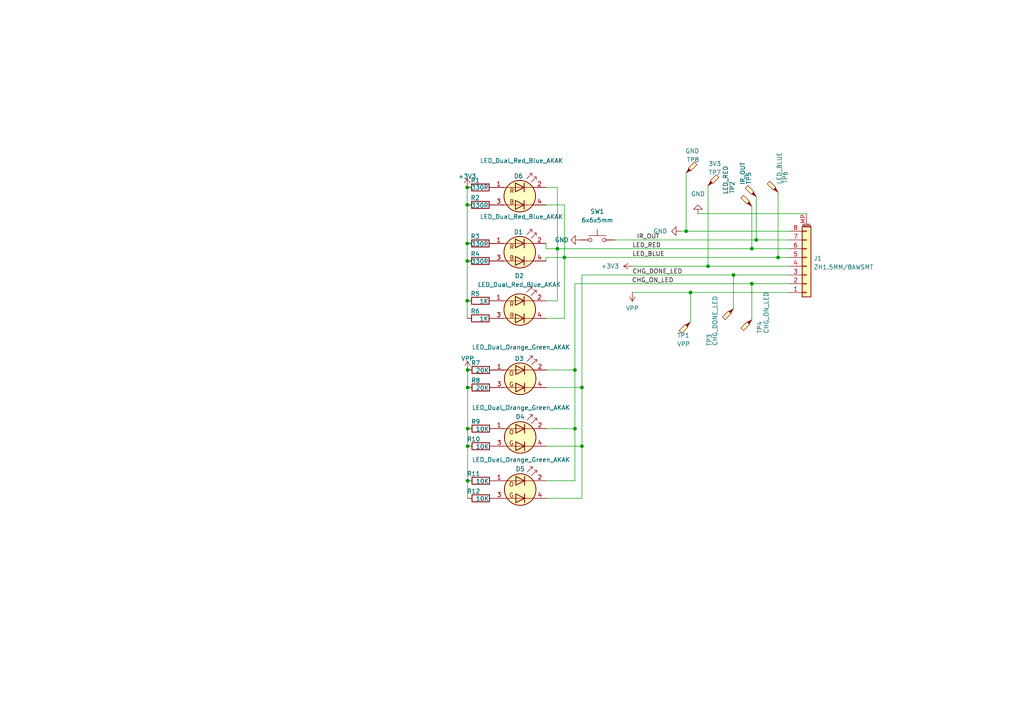
<source format=kicad_sch>
(kicad_sch (version 20230121) (generator eeschema)
  (paper "A4")
  (title_block (title "ECS-01-Switch") (date "2022-09-13") (rev "V0.1") (company "Timye"))
  (lib_symbols
    (symbol "Connector:TestPoint_Probe" (pin_numbers hide) (pin_names (offset 0.762) hide)
      (property "Reference" "TP" (at 1.651 5.842 0))
      (property "Value" "TestPoint_Probe" (at 1.651 4.064 0))
      (symbol "TestPoint_Probe_0_1"
        (polyline (pts (xy 1.27 0.762) (xy 0 0) (xy 0.762 1.27) (xy 1.27 0.762)) (fill (type outline)))
        (polyline (pts (xy 1.397 0.635) (xy 0.635 1.397) (xy 2.413 3.175) (xy 3.175 2.413) (xy 1.397 0.635)) (fill (type background)))
      )
      (symbol "TestPoint_Probe_1_1"
        (pin passive line (at 0 0 90) (length 0) (name "1") (number "1"))
      )
    )
    (symbol "Connector_Generic_MountingPin:Conn_01x08_MountingPin" (pin_names (offset 1.016) hide)
      (property "Reference" "J" (at 0 10.16 0))
      (property "Value" "Conn_01x08_MountingPin" (at 1.27 -12.7 0))
      (symbol "Conn_01x08_MountingPin_1_1"
        (rectangle (start -1.27 -10.033) (end 0 -10.287) (stroke (width 0.1524)))
        (rectangle (start -1.27 -7.493) (end 0 -7.747) (stroke (width 0.1524)))
        (rectangle (start -1.27 -4.953) (end 0 -5.207) (stroke (width 0.1524)))
        (rectangle (start -1.27 -2.413) (end 0 -2.667) (stroke (width 0.1524)))
        (rectangle (start -1.27 0.127) (end 0 -0.127) (stroke (width 0.1524)))
        (rectangle (start -1.27 2.667) (end 0 2.413) (stroke (width 0.1524)))
        (rectangle (start -1.27 5.207) (end 0 4.953) (stroke (width 0.1524)))
        (rectangle (start -1.27 7.747) (end 0 7.493) (stroke (width 0.1524)))
        (rectangle (start -1.27 8.89) (end 1.27 -11.43) (stroke (width 0.254)) (fill (type background)))
        (polyline (pts (xy -1.016 -12.192) (xy 1.016 -12.192)) (stroke (width 0.1524)))
        (text "Mounting" (at 0 -11.811 0) (effects (font (size 0.381 0.381))))
        (pin passive line (at -5.08 7.62 0) (length 3.81) (name "Pin_1") (number "1"))
        (pin passive line (at -5.08 5.08 0) (length 3.81) (name "Pin_2") (number "2"))
        (pin passive line (at -5.08 2.54 0) (length 3.81) (name "Pin_3") (number "3"))
        (pin passive line (at -5.08 0 0) (length 3.81) (name "Pin_4") (number "4"))
        (pin passive line (at -5.08 -2.54 0) (length 3.81) (name "Pin_5") (number "5"))
        (pin passive line (at -5.08 -5.08 0) (length 3.81) (name "Pin_6") (number "6"))
        (pin passive line (at -5.08 -7.62 0) (length 3.81) (name "Pin_7") (number "7"))
        (pin passive line (at -5.08 -10.16 0) (length 3.81) (name "Pin_8") (number "8"))
        (pin passive line (at 0 -15.24 90) (length 3.048) (name "MountPin") (number "MP"))
      )
    )
    (symbol "Device:R" (pin_numbers hide) (pin_names (offset 0))
      (property "Reference" "R" (at 2.032 0 90))
      (property "Value" "R" (at 0 0 90))
      (symbol "R_0_1"
        (rectangle (start -1.016 -2.54) (end 1.016 2.54) (stroke (width 0.254)))
      )
      (symbol "R_1_1"
        (pin passive line (at 0 3.81 270) (length 1.27) (name "~") (number "1"))
        (pin passive line (at 0 -3.81 90) (length 1.27) (name "~") (number "2"))
      )
    )
    (symbol "Ovo_Device:LED_Dual_Orange_Green_AKAK" (pin_names (offset 0) hide)
      (property "Reference" "D3" (at -13.97 -6.35 0))
      (property "Value" "LED_Dual_Orange_Green_AKAK" (at 0 -6.35 0))
      (symbol "LED_Dual_Orange_Green_AKAK_0_0"
        (text "G" (at -2.54 -1.651 0) (effects (font (size 1.27 1.27))))
        (text "O" (at -2.54 1.524 0) (effects (font (size 1.27 1.27))))
      )
      (symbol "LED_Dual_Orange_Green_AKAK_0_1"
        (polyline (pts (xy -5.08 -2.54) (xy 2.032 -2.54)))
        (polyline (pts (xy -5.08 2.54) (xy 2.032 2.54)))
        (polyline (pts (xy 1.27 -1.27) (xy 1.27 -3.81)) (stroke (width 0.254)))
        (polyline (pts (xy 1.27 3.81) (xy 1.27 1.27)) (stroke (width 0.254)))
        (polyline (pts (xy 3.81 -2.54) (xy 1.905 -2.54)))
        (polyline (pts (xy 3.81 2.54) (xy 1.905 2.54)))
        (polyline (pts (xy -1.27 -1.27) (xy -1.27 -3.81) (xy 1.27 -2.54) (xy -1.27 -1.27)) (stroke (width 0.254)))
        (polyline (pts (xy -1.27 3.81) (xy -1.27 1.27) (xy 1.27 2.54) (xy -1.27 3.81)) (stroke (width 0.254)))
        (polyline (pts (xy 2.032 5.08) (xy 3.556 6.604) (xy 2.794 6.604) (xy 3.556 6.604) (xy 3.556 5.842)))
        (polyline (pts (xy 3.302 4.064) (xy 4.826 5.588) (xy 4.064 5.588) (xy 4.826 5.588) (xy 4.826 4.826)))
        (circle (center 0 0) (radius 4.572) (stroke (width 0.254)) (fill (type background)))
      )
      (symbol "LED_Dual_Orange_Green_AKAK_1_1"
        (pin input line (at -7.62 2.54 0) (length 3.048) (name "A1") (number "1"))
        (pin input line (at 7.62 2.54 180) (length 3.81) (name "K1") (number "2"))
        (pin input line (at -7.62 -2.54 0) (length 3.048) (name "A2") (number "3"))
        (pin input line (at 7.62 -2.54 180) (length 3.81) (name "K2") (number "4"))
      )
    )
    (symbol "Ovo_Device:LED_Dual_Red_Blue_AKAK" (pin_names (offset 0) hide)
      (property "Reference" "D2" (at -11.43 -5.08 0))
      (property "Value" "LED_Dual_Red_Blue_AKAK" (at 0 -5.08 0))
      (symbol "LED_Dual_Red_Blue_AKAK_0_0"
        (text "B" (at -2.286 -1.651 0) (effects (font (size 1.27 1.27))))
        (text "R" (at -2.286 1.524 0) (effects (font (size 1.27 1.27))))
      )
      (symbol "LED_Dual_Red_Blue_AKAK_0_1"
        (polyline (pts (xy -5.08 -2.54) (xy 2.032 -2.54)))
        (polyline (pts (xy -5.08 2.54) (xy 2.032 2.54)))
        (polyline (pts (xy 1.27 -1.27) (xy 1.27 -3.81)) (stroke (width 0.254)))
        (polyline (pts (xy 1.27 3.81) (xy 1.27 1.27)) (stroke (width 0.254)))
        (polyline (pts (xy 3.81 -2.54) (xy 1.905 -2.54)))
        (polyline (pts (xy 3.81 2.54) (xy 1.905 2.54)))
        (polyline (pts (xy -1.27 -1.27) (xy -1.27 -3.81) (xy 1.27 -2.54) (xy -1.27 -1.27)) (stroke (width 0.254)))
        (polyline (pts (xy -1.27 3.81) (xy -1.27 1.27) (xy 1.27 2.54) (xy -1.27 3.81)) (stroke (width 0.254)))
        (polyline (pts (xy 2.032 5.08) (xy 3.556 6.604) (xy 2.794 6.604) (xy 3.556 6.604) (xy 3.556 5.842)))
        (polyline (pts (xy 3.302 4.064) (xy 4.826 5.588) (xy 4.064 5.588) (xy 4.826 5.588) (xy 4.826 4.826)))
        (circle (center 0 0) (radius 4.572) (stroke (width 0.254)) (fill (type background)))
      )
      (symbol "LED_Dual_Red_Blue_AKAK_1_1"
        (pin input line (at -7.62 2.54 0) (length 3.048) (name "A1") (number "1"))
        (pin input line (at 7.62 2.54 180) (length 3.81) (name "K1") (number "2"))
        (pin input line (at -7.62 -2.54 0) (length 3.048) (name "A2") (number "3"))
        (pin input line (at 7.62 -2.54 180) (length 3.81) (name "K2") (number "4"))
      )
    )
    (symbol "Switch:SW_Push" (pin_numbers hide) (pin_names (offset 1.016) hide)
      (property "Reference" "SW" (at 1.27 2.54 0))
      (property "Value" "SW_Push" (at 0 -1.524 0))
      (symbol "SW_Push_0_1"
        (circle (center -2.032 0) (radius 0.508))
        (polyline (pts (xy 0 1.27) (xy 0 3.048)))
        (polyline (pts (xy 2.54 1.27) (xy -2.54 1.27)))
        (circle (center 2.032 0) (radius 0.508))
        (pin passive line (at -5.08 0 0) (length 2.54) (name "1") (number "1"))
        (pin passive line (at 5.08 0 180) (length 2.54) (name "2") (number "2"))
      )
    )
    (symbol "power:+3V3" (power) (pin_names (offset 0))
      (property "Value" "+3V3" (at 0 3.556 0))
      (symbol "+3V3_0_1"
        (polyline (pts (xy -0.762 1.27) (xy 0 2.54)))
        (polyline (pts (xy 0 0) (xy 0 2.54)))
        (polyline (pts (xy 0 2.54) (xy 0.762 1.27)))
      )
      (symbol "+3V3_1_1"
        (pin power_in line (at 0 0 90) (length 0) hide (name "+3V3") (number "1"))
      )
    )
    (symbol "power:GND" (power) (pin_names (offset 0))
      (property "Value" "GND" (at 0 -3.81 0))
      (symbol "GND_0_1"
        (polyline (pts (xy 0 0) (xy 0 -1.27) (xy 1.27 -1.27) (xy 0 -2.54) (xy -1.27 -1.27) (xy 0 -1.27)))
      )
      (symbol "GND_1_1"
        (pin power_in line (at 0 0 270) (length 0) hide (name "GND") (number "1"))
      )
    )
    (symbol "power:VPP" (power) (pin_names (offset 0))
      (property "Value" "VPP" (at 0 3.81 0))
      (symbol "VPP_0_1"
        (polyline (pts (xy -0.762 1.27) (xy 0 2.54)))
        (polyline (pts (xy 0 0) (xy 0 2.54)))
        (polyline (pts (xy 0 2.54) (xy 0.762 1.27)))
      )
      (symbol "VPP_1_1"
        (pin power_in line (at 0 0 90) (length 0) hide (name "VPP") (number "1"))
      )
    )
  )
  (junction (at 225.679 74.676))
  (junction (at 205.359 77.216))
  (junction (at 135.636 124.333))
  (junction (at 218.059 72.136))
  (junction (at 219.329 69.596))
  (junction (at 166.751 124.333))
  (junction (at 135.636 112.395))
  (junction (at 135.636 139.446))
  (junction (at 135.636 129.413))
  (junction (at 212.725 79.756))
  (junction (at 135.509 87.249))
  (junction (at 168.783 129.413))
  (junction (at 135.509 54.356))
  (junction (at 168.783 112.395))
  (junction (at 218.059 82.296))
  (junction (at 200.279 84.836))
  (junction (at 135.509 70.612))
  (junction (at 199.009 67.056))
  (junction (at 163.703 74.676))
  (junction (at 135.509 59.436))
  (junction (at 135.636 107.315))
  (junction (at 161.671 72.136))
  (junction (at 166.751 107.315))
  (junction (at 135.509 75.692))
  (wire (pts (xy 166.751 107.315) (xy 166.751 124.333)))
  (wire (pts (xy 161.671 54.356) (xy 161.671 72.136)))
  (wire (pts (xy 158.496 139.446) (xy 166.751 139.446)))
  (wire (pts (xy 199.009 67.056) (xy 197.358 67.056)))
  (wire (pts (xy 135.509 87.249) (xy 135.509 92.329)))
  (wire (pts (xy 135.636 124.333) (xy 135.636 129.413)))
  (wire (pts (xy 168.783 112.395) (xy 158.496 112.395)))
  (wire (pts (xy 168.783 129.413) (xy 168.783 144.526)))
  (wire (pts (xy 228.854 67.056) (xy 199.009 67.056)))
  (wire (pts (xy 178.308 69.596) (xy 219.329 69.596)))
  (wire (pts (xy 161.671 72.136) (xy 161.671 87.249)))
  (wire (pts (xy 135.509 70.612) (xy 135.509 75.692)))
  (wire (pts (xy 166.751 82.296) (xy 218.059 82.296)))
  (wire (pts (xy 225.679 55.753) (xy 225.679 74.676)))
  (wire (pts (xy 158.369 59.436) (xy 163.703 59.436)))
  (wire (pts (xy 168.783 112.395) (xy 168.783 129.413)))
  (wire (pts (xy 158.369 54.356) (xy 161.671 54.356)))
  (wire (pts (xy 135.636 112.395) (xy 135.636 124.333)))
  (wire (pts (xy 200.152 93.472) (xy 200.279 93.472)))
  (wire (pts (xy 218.059 72.136) (xy 228.854 72.136)))
  (wire (pts (xy 205.359 77.216) (xy 228.854 77.216)))
  (wire (pts (xy 158.369 72.136) (xy 161.671 72.136)))
  (wire (pts (xy 219.329 57.023) (xy 219.329 69.596)))
  (wire (pts (xy 158.496 107.315) (xy 166.751 107.315)))
  (wire (pts (xy 183.388 84.836) (xy 200.279 84.836)))
  (wire (pts (xy 135.509 54.356) (xy 135.509 59.436)))
  (wire (pts (xy 161.671 72.136) (xy 218.059 72.136)))
  (wire (pts (xy 228.854 74.676) (xy 225.679 74.676)))
  (wire (pts (xy 212.725 89.535) (xy 212.725 79.756)))
  (wire (pts (xy 212.725 79.756) (xy 228.854 79.756)))
  (wire (pts (xy 183.388 77.216) (xy 205.359 77.216)))
  (wire (pts (xy 163.703 92.329) (xy 158.369 92.329)))
  (wire (pts (xy 135.509 75.692) (xy 135.509 87.249)))
  (wire (pts (xy 135.636 129.413) (xy 135.636 139.446)))
  (wire (pts (xy 158.369 70.612) (xy 158.369 72.136)))
  (wire (pts (xy 135.636 139.446) (xy 135.636 144.526)))
  (wire (pts (xy 168.783 79.756) (xy 212.725 79.756)))
  (wire (pts (xy 168.783 144.526) (xy 158.496 144.526)))
  (wire (pts (xy 200.279 93.472) (xy 200.279 84.836)))
  (wire (pts (xy 158.369 74.676) (xy 163.703 74.676)))
  (wire (pts (xy 158.369 74.676) (xy 158.369 75.692)))
  (wire (pts (xy 158.496 124.333) (xy 166.751 124.333)))
  (wire (pts (xy 135.636 107.315) (xy 135.636 112.395)))
  (wire (pts (xy 168.783 79.756) (xy 168.783 112.395)))
  (wire (pts (xy 218.059 82.296) (xy 228.854 82.296)))
  (wire (pts (xy 166.751 82.296) (xy 166.751 107.315)))
  (wire (pts (xy 219.329 69.596) (xy 228.854 69.596)))
  (wire (pts (xy 199.009 50.165) (xy 199.009 67.056)))
  (wire (pts (xy 233.934 61.976) (xy 202.438 61.976)))
  (wire (pts (xy 218.059 59.817) (xy 218.059 72.136)))
  (wire (pts (xy 168.783 129.413) (xy 158.496 129.413)))
  (wire (pts (xy 225.679 74.676) (xy 163.703 74.676)))
  (wire (pts (xy 158.369 87.249) (xy 161.671 87.249)))
  (wire (pts (xy 166.751 139.446) (xy 166.751 124.333)))
  (wire (pts (xy 200.279 84.836) (xy 228.854 84.836)))
  (wire (pts (xy 163.703 59.436) (xy 163.703 74.676)))
  (wire (pts (xy 163.703 74.676) (xy 163.703 92.329)))
  (wire (pts (xy 135.509 59.436) (xy 135.509 70.612)))
  (wire (pts (xy 205.359 53.848) (xy 205.359 77.216)))
  (wire (pts (xy 218.059 92.71) (xy 218.059 82.296)))
  (label "IR_OUT" (at 184.658 69.596 0))
  (label "LED_BLUE" (at 183.388 74.676 0))
  (label "CHG_DONE_LED" (at 183.388 79.756 0))
  (label "CHG_ON_LED" (at 183.261 82.296 0))
  (label "LED_RED" (at 183.388 72.136 0))
  (symbol (lib_id "Device:R") (at 139.319 87.249 270) (unit 1)
    (property "Reference" "R5" (at 139.192 85.217 90) (effects (justify right)))
    (property "Value" "1K" (at 141.732 87.376 90) (effects (justify right)))
    (property "Footprint" "Resistor_SMD:R_0603_1608Metric" (effects hide))
  )
  (symbol (lib_id "Ovo_Device:LED_Dual_Orange_Green_AKAK") (at 150.876 141.986 0) (unit 1)
    (property "Reference" "D5" (at 150.876 136.017 0))
    (property "Value" "LED_Dual_Orange_Green_AKAK" (at 151.13 133.35 0))
    (property "Footprint" "Ovo_LED_SMD:LED_Dual_1.6x1.5mm" (effects hide))
  )
  (symbol (lib_id "Device:R") (at 139.319 75.692 270) (unit 1)
    (property "Reference" "R4" (at 139.192 73.66 90) (effects (justify right)))
    (property "Value" "330R" (at 141.732 75.819 90) (effects (justify right)))
    (property "Footprint" "Resistor_SMD:R_0603_1608Metric" (effects hide))
  )
  (symbol (lib_id "Device:R") (at 139.319 54.356 270) (unit 1)
    (property "Reference" "R1" (at 139.192 52.324 90) (effects (justify right)))
    (property "Value" "330R" (at 141.732 54.356 90) (effects (justify right)))
    (property "Footprint" "Resistor_SMD:R_0603_1608Metric" (effects hide))
  )
  (symbol (lib_id "power:GND") (at 168.148 69.596 270) (unit 1)
    (property "Reference" "#PWR03" (effects hide))
    (property "Value" "GND" (at 164.973 69.5959 90) (effects (justify right)))
  )
  (symbol (lib_id "Connector:TestPoint_Probe") (at 212.725 89.535 180) (unit 1)
    (property "Reference" "TP3" (at 205.74 100.457 90) (effects (justify right)))
    (property "Value" "CHG_DONE_LED" (at 207.391 100.33 90) (effects (justify right)))
    (property "Footprint" "TestPoint:TestPoint_Pad_D1.0mm" (effects hide))
  )
  (symbol (lib_id "Device:R") (at 139.446 129.413 270) (unit 1)
    (property "Reference" "R10" (at 139.319 127.381 90) (effects (justify right)))
    (property "Value" "10K" (at 141.859 129.54 90) (effects (justify right)))
    (property "Footprint" "Resistor_SMD:R_0603_1608Metric" (effects hide))
  )
  (symbol (lib_id "power:GND") (at 202.438 61.976 180) (unit 1)
    (property "Reference" "#PWR07" (effects hide))
    (property "Value" "GND" (at 202.438 56.261 0))
  )
  (symbol (lib_id "Ovo_Device:LED_Dual_Red_Blue_AKAK") (at 150.749 89.789 0) (unit 1)
    (property "Reference" "D2" (at 150.622 80.01 0))
    (property "Value" "LED_Dual_Red_Blue_AKAK" (at 150.622 82.55 0))
    (property "Footprint" "Ovo_LED_SMD:LED_Dual_1.6x1.5mm" (effects hide))
  )
  (symbol (lib_id "Device:R") (at 139.319 92.329 270) (unit 1)
    (property "Reference" "R6" (at 139.192 90.297 90) (effects (justify right)))
    (property "Value" "1K" (at 141.732 92.456 90) (effects (justify right)))
    (property "Footprint" "Resistor_SMD:R_0603_1608Metric" (effects hide))
  )
  (symbol (lib_id "Connector_Generic_MountingPin:Conn_01x08_MountingPin") (at 233.934 77.216 0) (mirror x) (unit 1)
    (property "Reference" "J1" (at 235.966 74.9554 0) (effects (justify left)))
    (property "Value" "ZH1.5MM/8AWSMT" (at 235.966 77.4954 0) (effects (justify left)))
    (property "Footprint" "Ovo_Connector_JST:JST_ZH_S8B-ZR-SM4-TF_1x08-1MP_P1.50mm_Horizontal" (effects hide))
  )
  (symbol (lib_id "Device:R") (at 139.446 144.526 270) (unit 1)
    (property "Reference" "R12" (at 139.319 142.494 90) (effects (justify right)))
    (property "Value" "10K" (at 141.859 144.653 90) (effects (justify right)))
    (property "Footprint" "Resistor_SMD:R_0603_1608Metric" (effects hide))
  )
  (symbol (lib_id "Device:R") (at 139.319 70.612 270) (unit 1)
    (property "Reference" "R3" (at 139.192 68.58 90) (effects (justify right)))
    (property "Value" "330R" (at 141.732 70.739 90) (effects (justify right)))
    (property "Footprint" "Resistor_SMD:R_0603_1608Metric" (effects hide))
  )
  (symbol (lib_id "Device:R") (at 139.319 59.436 270) (unit 1)
    (property "Reference" "R2" (at 139.192 57.404 90) (effects (justify right)))
    (property "Value" "330R" (at 141.732 59.563 90) (effects (justify right)))
    (property "Footprint" "Resistor_SMD:R_0603_1608Metric" (effects hide))
  )
  (symbol (lib_id "power:+3V3") (at 183.388 77.216 90) (unit 1)
    (property "Reference" "#PWR04" (effects hide))
    (property "Value" "+3V3" (at 179.578 77.2159 90) (effects (justify left)))
  )
  (symbol (lib_id "Connector:TestPoint_Probe") (at 225.679 55.753 90) (unit 1)
    (property "Reference" "TP6" (at 227.711 51.435 0))
    (property "Value" "LED_BLUE" (at 226.06 48.768 0))
    (property "Footprint" "TestPoint:TestPoint_Pad_D1.0mm" (effects hide))
  )
  (symbol (lib_id "Connector:TestPoint_Probe") (at 199.009 50.165 0) (unit 1)
    (property "Reference" "TP8" (at 202.819 46.355 0) (effects (justify right)))
    (property "Value" "GND" (at 202.819 43.815 0) (effects (justify right)))
    (property "Footprint" "TestPoint:TestPoint_Pad_D1.0mm" (effects hide))
  )
  (symbol (lib_id "Switch:SW_Push") (at 173.228 69.596 0) (unit 1)
    (property "Reference" "SW1" (at 173.228 61.341 0))
    (property "Value" "6x6x5mm" (at 173.228 63.881 0))
    (property "Footprint" "Ovo_Button_Switch_SMD:SW_Push_1P1T_NO_6x6mm_H5.0mm" (effects hide))
  )
  (symbol (lib_id "Device:R") (at 139.446 107.315 270) (unit 1)
    (property "Reference" "R7" (at 139.319 105.283 90) (effects (justify right)))
    (property "Value" "20K" (at 141.859 107.442 90) (effects (justify right)))
    (property "Footprint" "Resistor_SMD:R_0603_1608Metric" (effects hide))
  )
  (symbol (lib_id "Ovo_Device:LED_Dual_Red_Blue_AKAK") (at 150.749 56.896 0) (unit 1)
    (property "Reference" "D6" (at 150.368 51.054 0))
    (property "Value" "LED_Dual_Red_Blue_AKAK" (at 151.257 46.609 0))
    (property "Footprint" "Ovo_LED_SMD:LED_Dual_1.6x1.5mm" (effects hide))
  )
  (symbol (lib_id "power:VPP") (at 183.388 84.836 180) (unit 1)
    (property "Reference" "#PWR05" (effects hide))
    (property "Value" "VPP" (at 183.388 89.408 0))
  )
  (symbol (lib_id "Ovo_Device:LED_Dual_Orange_Green_AKAK") (at 150.876 126.873 0) (unit 1)
    (property "Reference" "D4" (at 150.876 120.904 0))
    (property "Value" "LED_Dual_Orange_Green_AKAK" (at 151.13 118.237 0))
    (property "Footprint" "Ovo_LED_SMD:LED_Dual_1.6x1.5mm" (effects hide))
  )
  (symbol (lib_id "power:GND") (at 197.358 67.056 270) (unit 1)
    (property "Reference" "#PWR06" (effects hide))
    (property "Value" "GND" (at 193.548 67.0559 90) (effects (justify right)))
  )
  (symbol (lib_id "Ovo_Device:LED_Dual_Orange_Green_AKAK") (at 150.876 109.855 0) (unit 1)
    (property "Reference" "D3" (at 150.622 104.013 0))
    (property "Value" "LED_Dual_Orange_Green_AKAK" (at 151.13 100.711 0))
    (property "Footprint" "Ovo_LED_SMD:LED_Dual_1.6x1.5mm" (effects hide))
  )
  (symbol (lib_id "Connector:TestPoint_Probe") (at 218.059 92.71 180) (unit 1)
    (property "Reference" "TP4" (at 220.345 96.774 90) (effects (justify right)))
    (property "Value" "CHG_ON_LED" (at 222.25 96.774 90) (effects (justify right)))
    (property "Footprint" "TestPoint:TestPoint_Pad_D1.0mm" (effects hide))
  )
  (symbol (lib_id "Connector:TestPoint_Probe") (at 200.152 93.472 180) (unit 1)
    (property "Reference" "TP1" (at 196.342 97.282 0) (effects (justify right)))
    (property "Value" "VPP" (at 196.342 99.822 0) (effects (justify right)))
    (property "Footprint" "TestPoint:TestPoint_Pad_D1.0mm" (effects hide))
  )
  (symbol (lib_id "Ovo_Device:LED_Dual_Red_Blue_AKAK") (at 150.749 73.152 0) (unit 1)
    (property "Reference" "D1" (at 150.368 67.31 0))
    (property "Value" "LED_Dual_Red_Blue_AKAK" (at 151.257 62.865 0))
    (property "Footprint" "Ovo_LED_SMD:LED_Dual_1.6x1.5mm" (effects hide))
  )
  (symbol (lib_id "Device:R") (at 139.446 139.446 270) (unit 1)
    (property "Reference" "R11" (at 139.319 137.414 90) (effects (justify right)))
    (property "Value" "10K" (at 141.859 139.573 90) (effects (justify right)))
    (property "Footprint" "Resistor_SMD:R_0603_1608Metric" (effects hide))
  )
  (symbol (lib_id "Connector:TestPoint_Probe") (at 218.059 59.817 90) (unit 1)
    (property "Reference" "TP2" (at 212.344 54.356 0))
    (property "Value" "LED_RED" (at 210.439 52.197 0))
    (property "Footprint" "TestPoint:TestPoint_Pad_D1.0mm" (effects hide))
  )
  (symbol (lib_id "power:+3V3") (at 135.509 54.356 0) (unit 1)
    (property "Reference" "#PWR01" (effects hide))
    (property "Value" "+3V3" (at 135.509 51.181 0))
  )
  (symbol (lib_id "power:VPP") (at 135.636 107.315 0) (unit 1)
    (property "Reference" "#PWR02" (effects hide))
    (property "Value" "VPP" (at 135.636 104.013 0))
  )
  (symbol (lib_id "Connector:TestPoint_Probe") (at 219.329 57.023 90) (unit 1)
    (property "Reference" "TP5" (at 217.17 51.689 0))
    (property "Value" "IR_OUT" (at 215.392 50.292 0))
    (property "Footprint" "TestPoint:TestPoint_Pad_D1.0mm" (effects hide))
  )
  (symbol (lib_id "Device:R") (at 139.446 112.395 270) (unit 1)
    (property "Reference" "R8" (at 139.319 110.363 90) (effects (justify right)))
    (property "Value" "20K" (at 141.859 112.522 90) (effects (justify right)))
    (property "Footprint" "Resistor_SMD:R_0603_1608Metric" (effects hide))
  )
  (symbol (lib_id "Device:R") (at 139.446 124.333 270) (unit 1)
    (property "Reference" "R9" (at 139.319 122.301 90) (effects (justify right)))
    (property "Value" "10K" (at 141.859 124.46 90) (effects (justify right)))
    (property "Footprint" "Resistor_SMD:R_0603_1608Metric" (effects hide))
  )
  (symbol (lib_id "Connector:TestPoint_Probe") (at 205.359 53.848 0) (unit 1)
    (property "Reference" "TP7" (at 209.169 50.038 0) (effects (justify right)))
    (property "Value" "3V3" (at 209.169 47.498 0) (effects (justify right)))
    (property "Footprint" "TestPoint:TestPoint_Pad_D1.0mm" (effects hide))
  )
)
</source>
